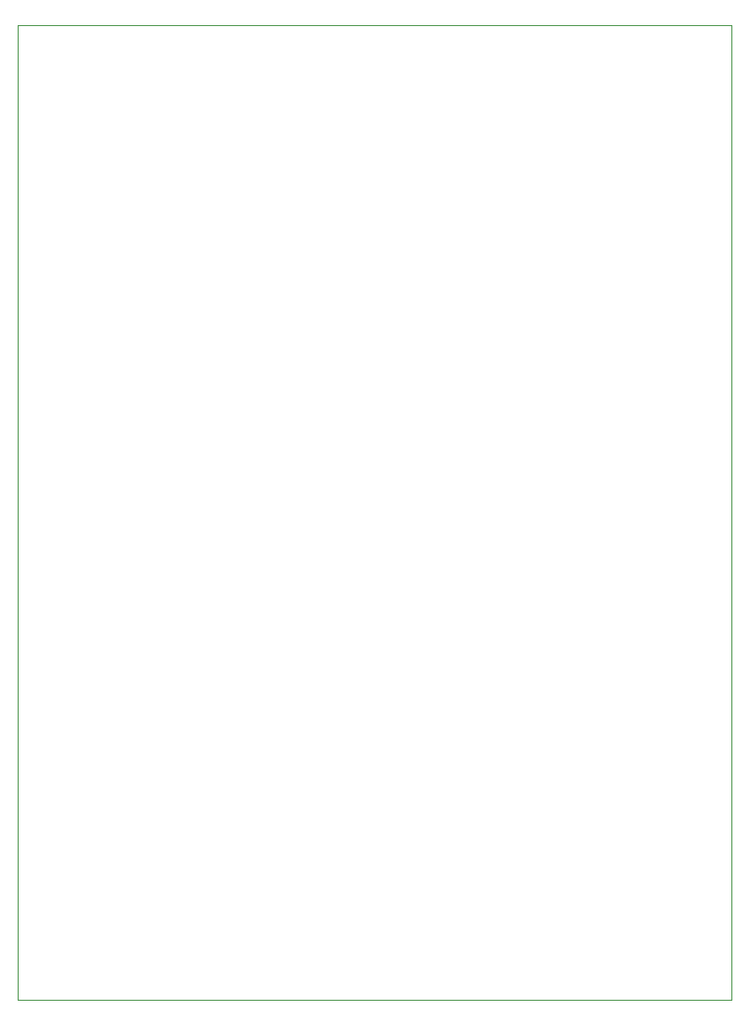
<source format=gbr>
%TF.GenerationSoftware,KiCad,Pcbnew,8.0.1*%
%TF.CreationDate,2025-03-07T15:45:43+02:00*%
%TF.ProjectId,robosoccer 3,726f626f-736f-4636-9365-7220332e6b69,rev?*%
%TF.SameCoordinates,Original*%
%TF.FileFunction,Profile,NP*%
%FSLAX46Y46*%
G04 Gerber Fmt 4.6, Leading zero omitted, Abs format (unit mm)*
G04 Created by KiCad (PCBNEW 8.0.1) date 2025-03-07 15:45:43*
%MOMM*%
%LPD*%
G01*
G04 APERTURE LIST*
%TA.AperFunction,Profile*%
%ADD10C,0.050000*%
%TD*%
G04 APERTURE END LIST*
D10*
X71680000Y-80350000D02*
X136610000Y-80350000D01*
X136610000Y-168980000D01*
X71680000Y-168980000D01*
X71680000Y-80350000D01*
M02*

</source>
